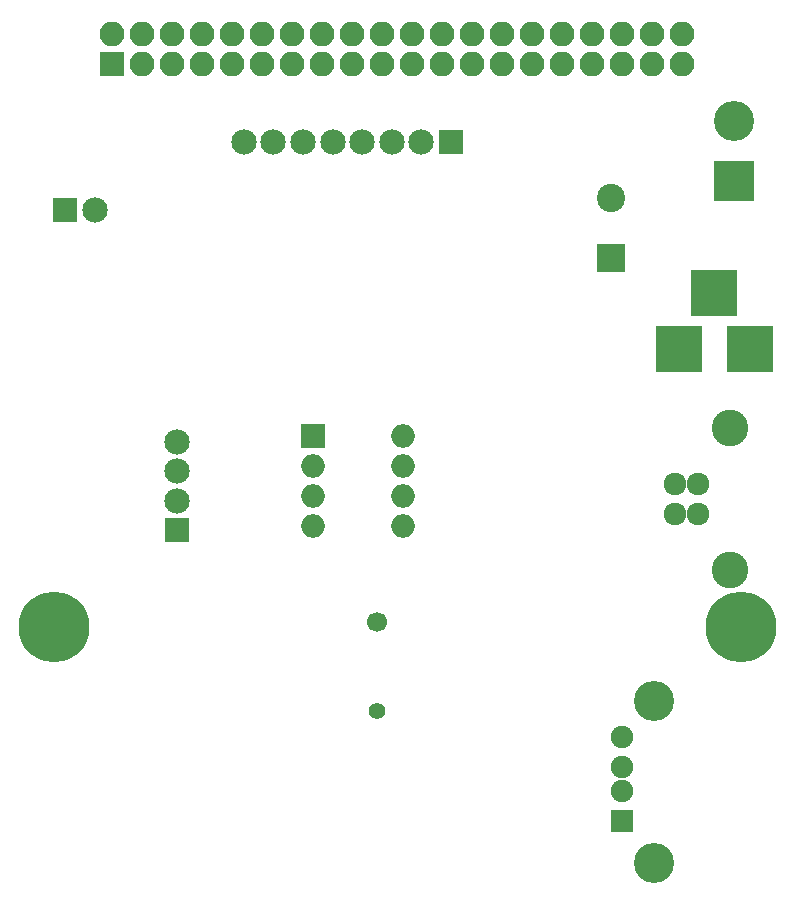
<source format=gbr>
G04 #@! TF.GenerationSoftware,KiCad,Pcbnew,5.0.0-rc2-unknown-03fa645~65~ubuntu16.04.1*
G04 #@! TF.CreationDate,2018-06-29T10:26:33+12:00*
G04 #@! TF.ProjectId,pi-hat,70692D6861742E6B696361645F706362,rev?*
G04 #@! TF.SameCoordinates,Original*
G04 #@! TF.FileFunction,Soldermask,Bot*
G04 #@! TF.FilePolarity,Negative*
%FSLAX46Y46*%
G04 Gerber Fmt 4.6, Leading zero omitted, Abs format (unit mm)*
G04 Created by KiCad (PCBNEW 5.0.0-rc2-unknown-03fa645~65~ubuntu16.04.1) date Fri Jun 29 10:26:33 2018*
%MOMM*%
%LPD*%
G01*
G04 APERTURE LIST*
%ADD10C,1.700000*%
%ADD11C,1.400000*%
%ADD12C,2.400000*%
%ADD13R,2.400000X2.400000*%
%ADD14C,3.400000*%
%ADD15R,3.400000X3.400000*%
%ADD16R,3.900000X3.900000*%
%ADD17O,2.000000X2.000000*%
%ADD18R,2.000000X2.000000*%
%ADD19C,2.150000*%
%ADD20R,2.150000X2.150000*%
%ADD21O,2.100000X2.100000*%
%ADD22R,2.100000X2.100000*%
%ADD23C,1.900000*%
%ADD24R,1.900000X1.900000*%
%ADD25C,1.920000*%
%ADD26C,3.100000*%
%ADD27C,6.000000*%
G04 APERTURE END LIST*
D10*
G04 #@! TO.C,BT2*
X130900000Y-152300000D03*
D11*
X130900000Y-159800000D03*
G04 #@! TD*
D12*
G04 #@! TO.C,C11*
X150700000Y-116400000D03*
D13*
X150700000Y-121400000D03*
G04 #@! TD*
D14*
G04 #@! TO.C,J6*
X161150000Y-109870000D03*
D15*
X161150000Y-114950000D03*
G04 #@! TD*
D16*
G04 #@! TO.C,J3*
X159484000Y-124416000D03*
X162484000Y-129116000D03*
X156484000Y-129116000D03*
G04 #@! TD*
D17*
G04 #@! TO.C,U5*
X133100000Y-136500000D03*
X125480000Y-144120000D03*
X133100000Y-139040000D03*
X125480000Y-141580000D03*
X133100000Y-141580000D03*
X125480000Y-139040000D03*
X133100000Y-144120000D03*
D18*
X125480000Y-136500000D03*
G04 #@! TD*
D19*
G04 #@! TO.C,J9*
X107000000Y-117350000D03*
D20*
X104500000Y-117350000D03*
G04 #@! TD*
D21*
G04 #@! TO.C,J1*
X156760000Y-102460000D03*
X156760000Y-105000000D03*
X154220000Y-102460000D03*
X154220000Y-105000000D03*
X151680000Y-102460000D03*
X151680000Y-105000000D03*
X149140000Y-102460000D03*
X149140000Y-105000000D03*
X146600000Y-102460000D03*
X146600000Y-105000000D03*
X144060000Y-102460000D03*
X144060000Y-105000000D03*
X141520000Y-102460000D03*
X141520000Y-105000000D03*
X138980000Y-102460000D03*
X138980000Y-105000000D03*
X136440000Y-102460000D03*
X136440000Y-105000000D03*
X133900000Y-102460000D03*
X133900000Y-105000000D03*
X131360000Y-102460000D03*
X131360000Y-105000000D03*
X128820000Y-102460000D03*
X128820000Y-105000000D03*
X126280000Y-102460000D03*
X126280000Y-105000000D03*
X123740000Y-102460000D03*
X123740000Y-105000000D03*
X121200000Y-102460000D03*
X121200000Y-105000000D03*
X118660000Y-102460000D03*
X118660000Y-105000000D03*
X116120000Y-102460000D03*
X116120000Y-105000000D03*
X113580000Y-102460000D03*
X113580000Y-105000000D03*
X111040000Y-102460000D03*
X111040000Y-105000000D03*
X108500000Y-102460000D03*
D22*
X108500000Y-105000000D03*
G04 #@! TD*
D19*
G04 #@! TO.C,J4*
X119650000Y-111650000D03*
X122150000Y-111650000D03*
X124650000Y-111650000D03*
X127150000Y-111650000D03*
X129650000Y-111650000D03*
X132150000Y-111650000D03*
X134650000Y-111650000D03*
D20*
X137150000Y-111650000D03*
G04 #@! TD*
D19*
G04 #@! TO.C,J2*
X114000000Y-137000000D03*
X114000000Y-139500000D03*
X114000000Y-142000000D03*
D20*
X114000000Y-144500000D03*
G04 #@! TD*
D23*
G04 #@! TO.C,J7*
X151680000Y-162025000D03*
X151680000Y-164565000D03*
X151680000Y-166595000D03*
D24*
X151680000Y-169135000D03*
D14*
X154350000Y-158975000D03*
X154350000Y-172695000D03*
G04 #@! TD*
D25*
G04 #@! TO.C,J5*
X156125000Y-143100000D03*
X156125000Y-140560000D03*
X158125000Y-140560000D03*
X158125000Y-143100000D03*
D26*
X160825000Y-147830000D03*
X160825000Y-135830000D03*
G04 #@! TD*
D27*
G04 #@! TO.C,REF\002A\002A*
X161700000Y-152700000D03*
G04 #@! TD*
G04 #@! TO.C,REF\002A\002A*
X103600000Y-152700000D03*
G04 #@! TD*
M02*

</source>
